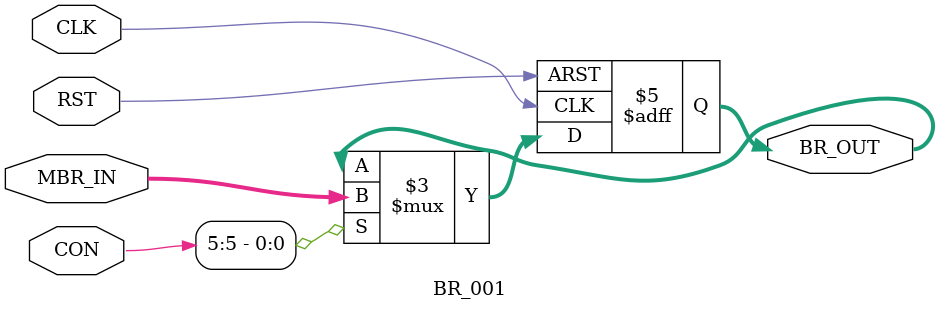
<source format=v>
`timescale 1ns / 1ps
module BR_001(CON,CLK,MBR_IN,BR_OUT,RST);

	input CLK,RST;
	input[15:0] MBR_IN;
	input[31:0] CON;
	output reg[15:0] BR_OUT;

	initial
		begin
		BR_OUT <= 0;
	end
	always@(posedge CLK or posedge RST)
	begin
		if(RST)
			begin
			BR_OUT <= 0;
		end
		else
			begin
			if(CON[5])
				BR_OUT<=MBR_IN;
			else;
		end		
	end
endmodule

</source>
